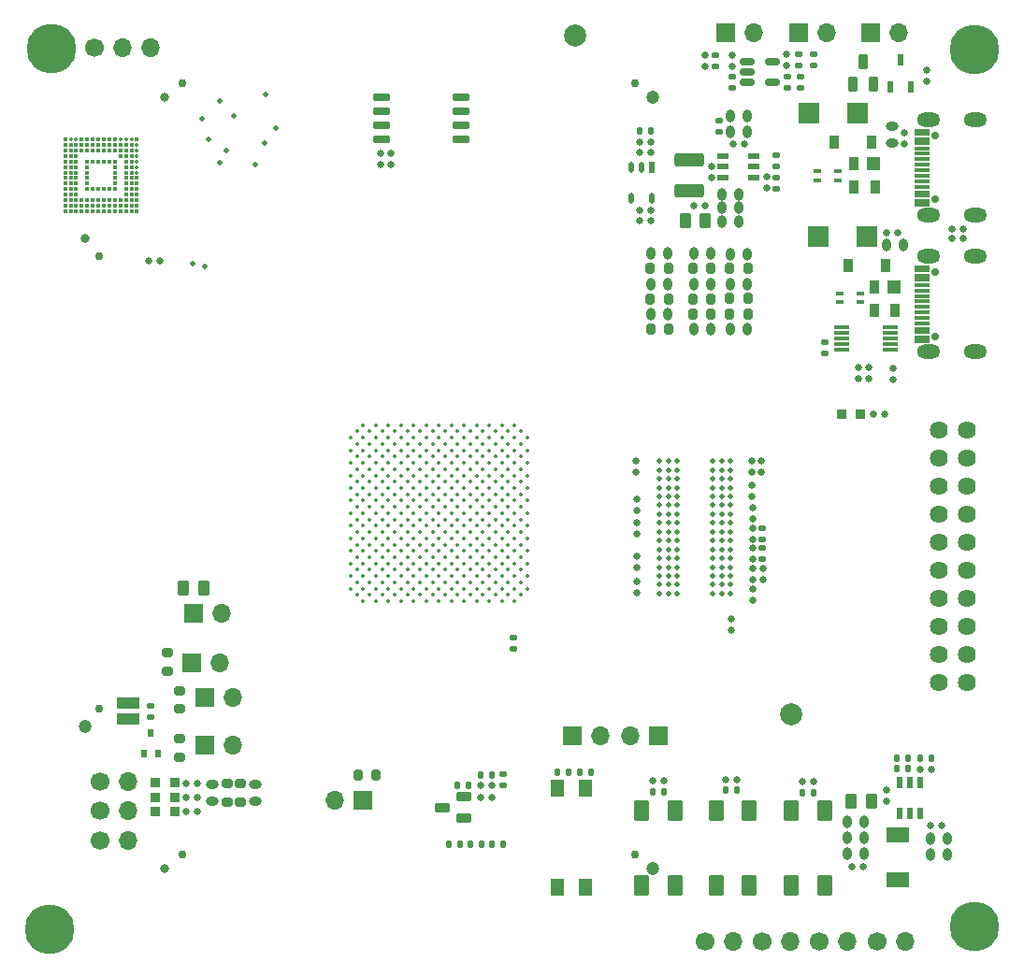
<source format=gbr>
G04 #@! TF.GenerationSoftware,KiCad,Pcbnew,7.0.2*
G04 #@! TF.CreationDate,2023-07-08T17:01:21+08:00*
G04 #@! TF.ProjectId,HPM1500_DDR3_CORE_RevB,48504d31-3530-4305-9f44-4452335f434f,rev?*
G04 #@! TF.SameCoordinates,Original*
G04 #@! TF.FileFunction,Soldermask,Top*
G04 #@! TF.FilePolarity,Negative*
%FSLAX46Y46*%
G04 Gerber Fmt 4.6, Leading zero omitted, Abs format (unit mm)*
G04 Created by KiCad (PCBNEW 7.0.2) date 2023-07-08 17:01:21*
%MOMM*%
%LPD*%
G01*
G04 APERTURE LIST*
G04 Aperture macros list*
%AMRoundRect*
0 Rectangle with rounded corners*
0 $1 Rounding radius*
0 $2 $3 $4 $5 $6 $7 $8 $9 X,Y pos of 4 corners*
0 Add a 4 corners polygon primitive as box body*
4,1,4,$2,$3,$4,$5,$6,$7,$8,$9,$2,$3,0*
0 Add four circle primitives for the rounded corners*
1,1,$1+$1,$2,$3*
1,1,$1+$1,$4,$5*
1,1,$1+$1,$6,$7*
1,1,$1+$1,$8,$9*
0 Add four rect primitives between the rounded corners*
20,1,$1+$1,$2,$3,$4,$5,0*
20,1,$1+$1,$4,$5,$6,$7,0*
20,1,$1+$1,$6,$7,$8,$9,0*
20,1,$1+$1,$8,$9,$2,$3,0*%
G04 Aperture macros list end*
%ADD10RoundRect,0.135000X-0.135000X-0.185000X0.135000X-0.185000X0.135000X0.185000X-0.135000X0.185000X0*%
%ADD11RoundRect,0.200000X0.200000X0.275000X-0.200000X0.275000X-0.200000X-0.275000X0.200000X-0.275000X0*%
%ADD12RoundRect,0.135000X-0.185000X0.135000X-0.185000X-0.135000X0.185000X-0.135000X0.185000X0.135000X0*%
%ADD13O,0.889000X1.143000*%
%ADD14C,0.635000*%
%ADD15RoundRect,0.250000X0.262500X0.450000X-0.262500X0.450000X-0.262500X-0.450000X0.262500X-0.450000X0*%
%ADD16RoundRect,0.200000X-0.200000X-0.275000X0.200000X-0.275000X0.200000X0.275000X-0.200000X0.275000X0*%
%ADD17RoundRect,0.150000X0.650000X0.150000X-0.650000X0.150000X-0.650000X-0.150000X0.650000X-0.150000X0*%
%ADD18RoundRect,0.050800X-0.625000X-0.350000X0.625000X-0.350000X0.625000X0.350000X-0.625000X0.350000X0*%
%ADD19C,1.700000*%
%ADD20O,1.700000X1.700000*%
%ADD21RoundRect,0.200000X-0.275000X0.200000X-0.275000X-0.200000X0.275000X-0.200000X0.275000X0.200000X0*%
%ADD22R,0.750000X0.400000*%
%ADD23RoundRect,0.135000X0.185000X-0.135000X0.185000X0.135000X-0.185000X0.135000X-0.185000X-0.135000X0*%
%ADD24C,1.625600*%
%ADD25C,0.500000*%
%ADD26RoundRect,0.150000X-0.512500X-0.150000X0.512500X-0.150000X0.512500X0.150000X-0.512500X0.150000X0*%
%ADD27RoundRect,0.050800X-0.350000X0.625000X-0.350000X-0.625000X0.350000X-0.625000X0.350000X0.625000X0*%
%ADD28C,2.001600*%
%ADD29RoundRect,0.050800X0.599450X-0.849650X0.599450X0.849650X-0.599450X0.849650X-0.599450X-0.849650X0*%
%ADD30RoundRect,0.135000X0.135000X0.185000X-0.135000X0.185000X-0.135000X-0.185000X0.135000X-0.185000X0*%
%ADD31RoundRect,0.050800X-0.400050X0.400050X-0.400050X-0.400050X0.400050X-0.400050X0.400050X0.400050X0*%
%ADD32R,0.550000X1.000000*%
%ADD33R,1.400000X0.300000*%
%ADD34O,1.143000X0.889000*%
%ADD35RoundRect,0.250000X-0.262500X-0.450000X0.262500X-0.450000X0.262500X0.450000X-0.262500X0.450000X0*%
%ADD36RoundRect,0.200000X0.275000X-0.200000X0.275000X0.200000X-0.275000X0.200000X-0.275000X-0.200000X0*%
%ADD37R,1.700000X1.700000*%
%ADD38C,4.500000*%
%ADD39RoundRect,0.250000X-1.075000X0.375000X-1.075000X-0.375000X1.075000X-0.375000X1.075000X0.375000X0*%
%ADD40R,1.168400X1.168400*%
%ADD41R,0.914400X1.168400*%
%ADD42R,0.950000X1.150000*%
%ADD43R,2.120000X1.400000*%
%ADD44C,0.421600*%
%ADD45O,0.421600X0.301600*%
%ADD46O,0.301600X0.421600*%
%ADD47RoundRect,0.050800X-0.900450X-0.849650X0.900450X-0.849650X0.900450X0.849650X-0.900450X0.849650X0*%
%ADD48RoundRect,0.050800X-0.549900X-0.750550X0.549900X-0.750550X0.549900X0.750550X-0.549900X0.750550X0*%
%ADD49C,0.350000*%
%ADD50R,0.600000X1.070000*%
%ADD51R,1.000000X0.550000*%
%ADD52RoundRect,0.050800X-0.199400X0.299700X-0.199400X-0.299700X0.199400X-0.299700X0.199400X0.299700X0*%
%ADD53RoundRect,0.050800X-1.000000X-0.450000X1.000000X-0.450000X1.000000X0.450000X-1.000000X0.450000X0*%
%ADD54C,0.700000*%
%ADD55O,2.101600X1.301600*%
%ADD56RoundRect,0.050000X0.650000X-0.150000X0.650000X0.150000X-0.650000X0.150000X-0.650000X-0.150000X0*%
%ADD57R,0.508000X1.016000*%
%ADD58O,0.508000X1.016000*%
%ADD59C,0.800000*%
%ADD60C,0.762000*%
%ADD61C,1.200000*%
G04 APERTURE END LIST*
D10*
X146917000Y-127075000D03*
X147937000Y-127075000D03*
D11*
X169873000Y-80264285D03*
X168223000Y-80264285D03*
D12*
X175765000Y-71973000D03*
X175765000Y-72993000D03*
D13*
X165950000Y-78900000D03*
X164426000Y-78900000D03*
D14*
X173635000Y-109285000D03*
X173635000Y-110301000D03*
D15*
X169337500Y-75925000D03*
X167512500Y-75925000D03*
D11*
X166033000Y-85721425D03*
X164383000Y-85721425D03*
D16*
X171563009Y-80250000D03*
X173213009Y-80250000D03*
D17*
X147225000Y-68505000D03*
X147225000Y-67235000D03*
X147225000Y-65965000D03*
X147225000Y-64695000D03*
X140025000Y-64695000D03*
X140025000Y-65965000D03*
X140025000Y-67235000D03*
X140025000Y-68505000D03*
D18*
X147509450Y-130001200D03*
X147509450Y-128101200D03*
X145509450Y-129051200D03*
D19*
X179695000Y-141185000D03*
D20*
X182235000Y-141185000D03*
D12*
X171750000Y-62890000D03*
X171750000Y-63910000D03*
D14*
X163075000Y-97625000D03*
X163075000Y-98641000D03*
X184576100Y-93420000D03*
X185592100Y-93420000D03*
D21*
X120645000Y-115045000D03*
X120645000Y-116695000D03*
D19*
X114545000Y-129355000D03*
D20*
X117085000Y-129355000D03*
D22*
X183350000Y-83275000D03*
X181500000Y-83275000D03*
X181500000Y-82475000D03*
X183350000Y-82475000D03*
D12*
X177755000Y-60845000D03*
X177755000Y-61865000D03*
D11*
X139560000Y-126125000D03*
X137910000Y-126125000D03*
D23*
X179145000Y-61865000D03*
X179145000Y-60845000D03*
D14*
X163176000Y-108552000D03*
X163176000Y-109568000D03*
X164422702Y-69703100D03*
X163406702Y-69703100D03*
X185737000Y-77015000D03*
X186753000Y-77015000D03*
D24*
X193070000Y-117714000D03*
X190530000Y-117714000D03*
X193070000Y-115174000D03*
X190530000Y-115174000D03*
X193070000Y-112634000D03*
X190530000Y-112634000D03*
X193070000Y-110094000D03*
X190530000Y-110094000D03*
X193070000Y-107554000D03*
X190530000Y-107554000D03*
X193070000Y-105014000D03*
X190530000Y-105014000D03*
X193070000Y-102474000D03*
X190530000Y-102474000D03*
X193070000Y-99934000D03*
X190530000Y-99934000D03*
X193070000Y-97394000D03*
X190530000Y-97394000D03*
X193070000Y-94854000D03*
X190530000Y-94854000D03*
D25*
X123805000Y-66675000D03*
D14*
X173605000Y-102891000D03*
X173605000Y-101875000D03*
D12*
X175765000Y-70015000D03*
X175765000Y-71035000D03*
D25*
X125385000Y-70640000D03*
D26*
X173112500Y-61475000D03*
X173112500Y-62425000D03*
X173112500Y-63375000D03*
X175387500Y-63375000D03*
X175387500Y-61475000D03*
D14*
X173655000Y-106581000D03*
X173655000Y-105565000D03*
X169890000Y-71983000D03*
X169890000Y-70967000D03*
D27*
X182685000Y-63535000D03*
X184585000Y-63535000D03*
X183635000Y-61535000D03*
D28*
X157585000Y-59150000D03*
D29*
X180136100Y-136106100D03*
X180136100Y-129303900D03*
X177133900Y-129303900D03*
X177133900Y-136106100D03*
D12*
X151027000Y-126057000D03*
X151027000Y-127077000D03*
D14*
X163105000Y-101117000D03*
X163105000Y-102133000D03*
D30*
X165575000Y-127635000D03*
X164555000Y-127635000D03*
D14*
X164447702Y-75903100D03*
X163431702Y-75903100D03*
D31*
X119584100Y-128105000D03*
X121285900Y-128105000D03*
X119584100Y-129444425D03*
X121285900Y-129444425D03*
D14*
X189727000Y-130685000D03*
X190743000Y-130685000D03*
D12*
X177935000Y-62875000D03*
X177935000Y-63895000D03*
D19*
X174485000Y-141205000D03*
D20*
X177025000Y-141205000D03*
D25*
X130435000Y-67505000D03*
D14*
X176725000Y-61833000D03*
X176725000Y-60817000D03*
X173645000Y-107377000D03*
X173645000Y-108393000D03*
D21*
X121720000Y-122825000D03*
X121720000Y-124475000D03*
D14*
X187395000Y-69001000D03*
X187395000Y-67985000D03*
D15*
X184385000Y-128449000D03*
X182560000Y-128449000D03*
D14*
X164378000Y-68765000D03*
X163362000Y-68765000D03*
D11*
X169873000Y-82992855D03*
X168223000Y-82992855D03*
D30*
X179135000Y-127705000D03*
X178115000Y-127705000D03*
D14*
X186385000Y-89247000D03*
X186385000Y-90263000D03*
D32*
X186935000Y-129603000D03*
X187885000Y-129603000D03*
X188835000Y-129603000D03*
X188835000Y-126803000D03*
X187885000Y-126803000D03*
X186935000Y-126803000D03*
D33*
X181675000Y-85575000D03*
X181675000Y-86075000D03*
X181675000Y-86575000D03*
X181675000Y-87075000D03*
X181675000Y-87575000D03*
X186075000Y-87575000D03*
X186075000Y-87075000D03*
X186075000Y-86575000D03*
X186075000Y-86075000D03*
X186075000Y-85575000D03*
D14*
X184125000Y-89192000D03*
X184125000Y-90208000D03*
D10*
X186675000Y-125563000D03*
X187695000Y-125563000D03*
D34*
X124710000Y-128467000D03*
X124710000Y-126943000D03*
D35*
X122112500Y-109155000D03*
X123937500Y-109155000D03*
D36*
X127285000Y-128530000D03*
X127285000Y-126880000D03*
D13*
X171626009Y-85764285D03*
X173150009Y-85764285D03*
D14*
X163106000Y-103292000D03*
X163106000Y-104308000D03*
D37*
X165115000Y-122540000D03*
D20*
X162575000Y-122540000D03*
D19*
X114545000Y-126705000D03*
D20*
X117085000Y-126705000D03*
D25*
X165216100Y-97680000D03*
X166016000Y-97680000D03*
X166816100Y-97680000D03*
X170015900Y-97680000D03*
X170816000Y-97680000D03*
X171615900Y-97680000D03*
X165216100Y-98480100D03*
X166016000Y-98480100D03*
X166816100Y-98480100D03*
X170015900Y-98480100D03*
X170816000Y-98480100D03*
X171615900Y-98480100D03*
X165216100Y-99280000D03*
X166016000Y-99280000D03*
X166816100Y-99280000D03*
X170015900Y-99280000D03*
X170816000Y-99280000D03*
X171615900Y-99280000D03*
X165216100Y-100080100D03*
X166016000Y-100080100D03*
X166816100Y-100080100D03*
X170015900Y-100080100D03*
X170816000Y-100080100D03*
X171615900Y-100080100D03*
X165216100Y-100879900D03*
X166016000Y-100879900D03*
X166816100Y-100879900D03*
X170015900Y-100879900D03*
X170816000Y-100879900D03*
X171615900Y-100879900D03*
X165216100Y-101680000D03*
X166016000Y-101680000D03*
X166816100Y-101680000D03*
X170015900Y-101680000D03*
X170816000Y-101680000D03*
X171615900Y-101680000D03*
X165216100Y-102480100D03*
X166016000Y-102480100D03*
X166816100Y-102480100D03*
X170015900Y-102480100D03*
X170816000Y-102480100D03*
X171615900Y-102480100D03*
X165216100Y-103280000D03*
X166016000Y-103280000D03*
X166816100Y-103280000D03*
X170015900Y-103280000D03*
X170816000Y-103280000D03*
X171615900Y-103280000D03*
X165216100Y-104080100D03*
X166016000Y-104080100D03*
X166816100Y-104080100D03*
X170015900Y-104080100D03*
X170816000Y-104080100D03*
X171615900Y-104080100D03*
X165216100Y-104879900D03*
X166016000Y-104879900D03*
X166816100Y-104879900D03*
X170015900Y-104879900D03*
X170816000Y-104879900D03*
X171615900Y-104879900D03*
X165216100Y-105680000D03*
X166016000Y-105680000D03*
X166816100Y-105680000D03*
X170015900Y-105680000D03*
X170816000Y-105680000D03*
X171615900Y-105680000D03*
X165216100Y-106480100D03*
X166016000Y-106480100D03*
X166816100Y-106480100D03*
X170015900Y-106480100D03*
X170816000Y-106480100D03*
X171615900Y-106480100D03*
X165216100Y-107279900D03*
X166016000Y-107279900D03*
X166816100Y-107279900D03*
X170015900Y-107279900D03*
X170816000Y-107279900D03*
X171615900Y-107279900D03*
X165216100Y-108080000D03*
X166016000Y-108080000D03*
X166816100Y-108080000D03*
X170015900Y-108080000D03*
X170816000Y-108080000D03*
X171615900Y-108080000D03*
X165216100Y-108879900D03*
X166016000Y-108879900D03*
X166816100Y-108879900D03*
X170015900Y-108879900D03*
X170816000Y-108879900D03*
X171615900Y-108879900D03*
X165216100Y-109680000D03*
X166016000Y-109680000D03*
X166816100Y-109680000D03*
X170015900Y-109680000D03*
X170816000Y-109680000D03*
X171615900Y-109680000D03*
D38*
X193725000Y-60430000D03*
D13*
X185723000Y-78135000D03*
X187247000Y-78135000D03*
D16*
X171563009Y-84400000D03*
X173213009Y-84400000D03*
D39*
X167905000Y-70385000D03*
X167905000Y-73185000D03*
D40*
X186425500Y-81882800D03*
D41*
X184647500Y-81882800D03*
X184647500Y-84067200D03*
X186552500Y-84067200D03*
D11*
X166013000Y-82992855D03*
X164363000Y-82992855D03*
D14*
X174425000Y-98663000D03*
X174425000Y-97647000D03*
D30*
X149078800Y-132383800D03*
X148058800Y-132383800D03*
D13*
X189747000Y-131868000D03*
X191271000Y-131868000D03*
D42*
X184427000Y-68755000D03*
X181043000Y-68755000D03*
D34*
X128585000Y-128467000D03*
X128585000Y-126943000D03*
D25*
X122945000Y-79790000D03*
D38*
X109945000Y-140045000D03*
D31*
X181653200Y-93415000D03*
X183355000Y-93415000D03*
D23*
X151945000Y-114665000D03*
X151945000Y-113645000D03*
D13*
X170873000Y-73555000D03*
X172397000Y-73555000D03*
D14*
X185735000Y-127447000D03*
X185735000Y-128463000D03*
D37*
X184345000Y-58865000D03*
D20*
X186885000Y-58865000D03*
D30*
X172175000Y-127435000D03*
X171155000Y-127435000D03*
D19*
X169295000Y-141205000D03*
D20*
X171835000Y-141205000D03*
D43*
X186745000Y-131572000D03*
X186745000Y-135628000D03*
D11*
X169873000Y-84357140D03*
X168223000Y-84357140D03*
D14*
X119983000Y-79575000D03*
X118967000Y-79575000D03*
D44*
X117885900Y-68545000D03*
D45*
X117885900Y-69045400D03*
X117885900Y-69545800D03*
X117885900Y-70046100D03*
X117885900Y-70546500D03*
X117885900Y-71046900D03*
X117885900Y-71547300D03*
D44*
X117885900Y-72045100D03*
X117885900Y-72545500D03*
X117885900Y-73045900D03*
X117885900Y-73546300D03*
X117885900Y-74046600D03*
X117885900Y-74547000D03*
X117885900Y-75047400D03*
D46*
X117385500Y-68545000D03*
D44*
X117385500Y-69045400D03*
X117385500Y-69545800D03*
X117385500Y-70046100D03*
X117385500Y-70546500D03*
X117385500Y-71046900D03*
X117385500Y-71547300D03*
X117385500Y-72045100D03*
X117385500Y-72545500D03*
X117385500Y-73045900D03*
X117385500Y-73546300D03*
X117385500Y-74046600D03*
X117385500Y-74547000D03*
X117385500Y-75047400D03*
D46*
X116885100Y-68545000D03*
D44*
X116885100Y-69045400D03*
X116885100Y-69545800D03*
X116885100Y-70046100D03*
X116885100Y-70546500D03*
X116885100Y-71046900D03*
X116885100Y-71547300D03*
X116885100Y-72045100D03*
X116885100Y-72545500D03*
X116885100Y-73045900D03*
X116885100Y-73546300D03*
X116885100Y-74046600D03*
X116885100Y-74547000D03*
X116885100Y-75047400D03*
D46*
X116384800Y-68545000D03*
D44*
X116384800Y-69045400D03*
X116384800Y-69545800D03*
X116384800Y-70046100D03*
X116384800Y-74046600D03*
X116384800Y-74547000D03*
X116384800Y-75047400D03*
X115884400Y-68545000D03*
X115884400Y-69045400D03*
X115884400Y-69545800D03*
X115884400Y-70546500D03*
X115884400Y-71046900D03*
X115884400Y-71547300D03*
X115884400Y-72045100D03*
X115884400Y-72545500D03*
X115884400Y-73045900D03*
X115884400Y-74046600D03*
X115884400Y-74547000D03*
X115884400Y-75047400D03*
X115384000Y-68545000D03*
X115384000Y-69045400D03*
X115384000Y-69545800D03*
X115384000Y-70546500D03*
X115384000Y-73045900D03*
X115384000Y-74046600D03*
X115384000Y-74547000D03*
X115384000Y-75047400D03*
X114883600Y-68545000D03*
X114883600Y-69045400D03*
X114883600Y-69545800D03*
X114883600Y-70546500D03*
X114883600Y-73045900D03*
X114883600Y-74046600D03*
X114883600Y-74547000D03*
X114883600Y-75047400D03*
X114385800Y-68545000D03*
X114385800Y-69045400D03*
X114385800Y-69545800D03*
X114385800Y-70546500D03*
X114385800Y-73045900D03*
X114385800Y-74046600D03*
X114385800Y-74547000D03*
X114385800Y-75047400D03*
X113885400Y-68545000D03*
X113885400Y-69045400D03*
X113885400Y-69545800D03*
X113885400Y-70546500D03*
X113885400Y-73045900D03*
X113885400Y-74046600D03*
X113885400Y-74547000D03*
X113885400Y-75047400D03*
X113385000Y-68545000D03*
X113385000Y-69045400D03*
X113385000Y-69545800D03*
X113385000Y-70546500D03*
X113385000Y-71046900D03*
X113385000Y-71547300D03*
X113385000Y-72045100D03*
X113385000Y-72545500D03*
X113385000Y-73045900D03*
X113385000Y-74046600D03*
X113385000Y-74547000D03*
X113385000Y-75047400D03*
X112884600Y-68545000D03*
X112884600Y-69045400D03*
X112884600Y-69545800D03*
X112884600Y-74046600D03*
X112884600Y-74547000D03*
X112884600Y-75047400D03*
D46*
X112384300Y-68545000D03*
D44*
X112384300Y-69045400D03*
X112384300Y-69545800D03*
X112384300Y-70046100D03*
X112384300Y-70546500D03*
X112384300Y-71046900D03*
X112384300Y-71547300D03*
X112384300Y-72045100D03*
X112384300Y-72545500D03*
X112384300Y-73045900D03*
X112384300Y-73546300D03*
X112384300Y-74046600D03*
X112384300Y-74547000D03*
X112384300Y-75047400D03*
D46*
X111883900Y-68545000D03*
D44*
X111883900Y-69045400D03*
X111883900Y-69545800D03*
X111883900Y-70046100D03*
X111883900Y-70546500D03*
X111883900Y-71046900D03*
X111883900Y-71547300D03*
X111883900Y-72045100D03*
X111883900Y-72545500D03*
X111883900Y-73045900D03*
X111883900Y-73546300D03*
X111883900Y-74046600D03*
X111883900Y-74547000D03*
X111883900Y-75047400D03*
X111383500Y-68545000D03*
X111383500Y-69045400D03*
X111383500Y-69545800D03*
X111383500Y-70046100D03*
X111383500Y-70546500D03*
X111383500Y-71046900D03*
X111383500Y-71547300D03*
X111383500Y-72045100D03*
X111383500Y-72545500D03*
X111383500Y-73045900D03*
X111383500Y-73546300D03*
X111383500Y-74046600D03*
X111383500Y-74547000D03*
X111383500Y-75047400D03*
D31*
X119584100Y-126774000D03*
X121285900Y-126774000D03*
D47*
X179613000Y-77355000D03*
X183997000Y-77355000D03*
D13*
X183703000Y-131795000D03*
X182179000Y-131795000D03*
X170873000Y-74755000D03*
X172397000Y-74755000D03*
D48*
X155915000Y-136295900D03*
X158455000Y-136295900D03*
X158455000Y-127294100D03*
X155915000Y-127294100D03*
D11*
X166013000Y-80264285D03*
X164363000Y-80264285D03*
D14*
X191672000Y-77545000D03*
X192688000Y-77545000D03*
D49*
X138380000Y-94420000D03*
X139520000Y-94420000D03*
X140660000Y-94420000D03*
X141800000Y-94420000D03*
X142940000Y-94420000D03*
X144080000Y-94420000D03*
X145220000Y-94420000D03*
X146360000Y-94420000D03*
X147500000Y-94420000D03*
X148640000Y-94420000D03*
X149780000Y-94420000D03*
X150920000Y-94420000D03*
X152060000Y-94420000D03*
X137240000Y-105820000D03*
X138380000Y-105820000D03*
X139520000Y-105820000D03*
X140660000Y-105820000D03*
X141800000Y-105820000D03*
X142940000Y-105820000D03*
X144080000Y-105820000D03*
X145220000Y-105820000D03*
X146360000Y-105820000D03*
X147500000Y-105820000D03*
X148640000Y-105820000D03*
X149780000Y-105820000D03*
X150920000Y-105820000D03*
X152060000Y-105820000D03*
X153200000Y-105820000D03*
X137810000Y-106390000D03*
X138950000Y-106390000D03*
X140090000Y-106390000D03*
X141230000Y-106390000D03*
X142370000Y-106390000D03*
X143510000Y-106390000D03*
X144650000Y-106390000D03*
X145790000Y-106390000D03*
X146930000Y-106390000D03*
X148070000Y-106390000D03*
X149210000Y-106390000D03*
X150350000Y-106390000D03*
X151490000Y-106390000D03*
X152630000Y-106390000D03*
X137240000Y-106960000D03*
X138380000Y-106960000D03*
X139520000Y-106960000D03*
X140660000Y-106960000D03*
X141800000Y-106960000D03*
X142940000Y-106960000D03*
X144080000Y-106960000D03*
X145220000Y-106960000D03*
X146360000Y-106960000D03*
X147500000Y-106960000D03*
X148640000Y-106960000D03*
X149780000Y-106960000D03*
X150920000Y-106960000D03*
X152060000Y-106960000D03*
X153200000Y-106960000D03*
X137810000Y-107530000D03*
X138950000Y-107530000D03*
X140090000Y-107530000D03*
X141230000Y-107530000D03*
X142370000Y-107530000D03*
X143510000Y-107530000D03*
X144650000Y-107530000D03*
X145790000Y-107530000D03*
X146930000Y-107530000D03*
X148070000Y-107530000D03*
X149210000Y-107530000D03*
X150350000Y-107530000D03*
X151490000Y-107530000D03*
X152630000Y-107530000D03*
X137240000Y-108100000D03*
X138380000Y-108100000D03*
X139520000Y-108100000D03*
X140660000Y-108100000D03*
X141800000Y-108100000D03*
X142940000Y-108100000D03*
X144080000Y-108100000D03*
X145220000Y-108100000D03*
X146360000Y-108100000D03*
X147500000Y-108100000D03*
X148640000Y-108100000D03*
X149780000Y-108100000D03*
X150920000Y-108100000D03*
X152060000Y-108100000D03*
X153200000Y-108100000D03*
X137810000Y-108670000D03*
X138950000Y-108670000D03*
X140090000Y-108670000D03*
X141230000Y-108670000D03*
X142370000Y-108670000D03*
X143510000Y-108670000D03*
X144650000Y-108670000D03*
X145790000Y-108670000D03*
X146930000Y-108670000D03*
X148070000Y-108670000D03*
X149210000Y-108670000D03*
X150350000Y-108670000D03*
X151490000Y-108670000D03*
X152630000Y-108670000D03*
X137240000Y-109240000D03*
X138380000Y-109240000D03*
X139520000Y-109240000D03*
X140660000Y-109240000D03*
X141800000Y-109240000D03*
X142940000Y-109240000D03*
X144080000Y-109240000D03*
X145220000Y-109240000D03*
X146360000Y-109240000D03*
X147500000Y-109240000D03*
X148640000Y-109240000D03*
X149780000Y-109240000D03*
X150920000Y-109240000D03*
X152060000Y-109240000D03*
X153200000Y-109240000D03*
X137810000Y-109810000D03*
X138950000Y-109810000D03*
X140090000Y-109810000D03*
X141230000Y-109810000D03*
X142370000Y-109810000D03*
X143510000Y-109810000D03*
X144650000Y-109810000D03*
X145790000Y-109810000D03*
X146930000Y-109810000D03*
X148070000Y-109810000D03*
X149210000Y-109810000D03*
X150350000Y-109810000D03*
X151490000Y-109810000D03*
X152630000Y-109810000D03*
X138380000Y-110380000D03*
X139520000Y-110380000D03*
X140660000Y-110380000D03*
X141800000Y-110380000D03*
X142940000Y-110380000D03*
X144080000Y-110380000D03*
X145220000Y-110380000D03*
X146360000Y-110380000D03*
X147500000Y-110380000D03*
X148640000Y-110380000D03*
X149780000Y-110380000D03*
X150920000Y-110380000D03*
X152060000Y-110380000D03*
X137810000Y-94990000D03*
X138950000Y-94990000D03*
X140090000Y-94990000D03*
X141230000Y-94990000D03*
X142370000Y-94990000D03*
X143510000Y-94990000D03*
X144650000Y-94990000D03*
X145790000Y-94990000D03*
X146930000Y-94990000D03*
X148070000Y-94990000D03*
X149210000Y-94990000D03*
X150350000Y-94990000D03*
X151490000Y-94990000D03*
X152630000Y-94990000D03*
X137240000Y-95560000D03*
X138380000Y-95560000D03*
X139520000Y-95560000D03*
X140660000Y-95560000D03*
X141800000Y-95560000D03*
X142940000Y-95560000D03*
X144080000Y-95560000D03*
X145220000Y-95560000D03*
X146360000Y-95560000D03*
X147500000Y-95560000D03*
X148640000Y-95560000D03*
X149780000Y-95560000D03*
X150920000Y-95560000D03*
X152060000Y-95560000D03*
X153200000Y-95560000D03*
X137810000Y-96130000D03*
X138950000Y-96130000D03*
X140090000Y-96130000D03*
X141230000Y-96130000D03*
X142370000Y-96130000D03*
X143510000Y-96130000D03*
X144650000Y-96130000D03*
X145790000Y-96130000D03*
X146930000Y-96130000D03*
X148070000Y-96130000D03*
X149210000Y-96130000D03*
X150350000Y-96130000D03*
X151490000Y-96130000D03*
X152630000Y-96130000D03*
X137240000Y-96700000D03*
X138380000Y-96700000D03*
X139520000Y-96700000D03*
X140660000Y-96700000D03*
X141800000Y-96700000D03*
X142940000Y-96700000D03*
X144080000Y-96700000D03*
X145220000Y-96700000D03*
X146360000Y-96700000D03*
X147500000Y-96700000D03*
X148640000Y-96700000D03*
X149780000Y-96700000D03*
X150920000Y-96700000D03*
X152060000Y-96700000D03*
X153200000Y-96700000D03*
X137810000Y-97270000D03*
X138950000Y-97270000D03*
X140090000Y-97270000D03*
X141230000Y-97270000D03*
X142370000Y-97270000D03*
X143510000Y-97270000D03*
X144650000Y-97270000D03*
X145790000Y-97270000D03*
X146930000Y-97270000D03*
X148070000Y-97270000D03*
X149210000Y-97270000D03*
X150350000Y-97270000D03*
X151490000Y-97270000D03*
X152630000Y-97270000D03*
X137240000Y-97840000D03*
X138380000Y-97840000D03*
X139520000Y-97840000D03*
X140660000Y-97840000D03*
X141800000Y-97840000D03*
X142940000Y-97840000D03*
X144080000Y-97840000D03*
X145220000Y-97840000D03*
X146360000Y-97840000D03*
X147500000Y-97840000D03*
X148640000Y-97840000D03*
X149780000Y-97840000D03*
X150920000Y-97840000D03*
X152060000Y-97840000D03*
X153200000Y-97840000D03*
X137810000Y-98410000D03*
X138950000Y-98410000D03*
X140090000Y-98410000D03*
X141230000Y-98410000D03*
X142370000Y-98410000D03*
X143510000Y-98410000D03*
X144650000Y-98410000D03*
X145790000Y-98410000D03*
X146930000Y-98410000D03*
X148070000Y-98410000D03*
X149210000Y-98410000D03*
X150350000Y-98410000D03*
X151490000Y-98410000D03*
X152630000Y-98410000D03*
X137240000Y-98980000D03*
X138380000Y-98980000D03*
X139520000Y-98980000D03*
X140660000Y-98980000D03*
X141800000Y-98980000D03*
X142940000Y-98980000D03*
X144080000Y-98980000D03*
X145220000Y-98980000D03*
X146360000Y-98980000D03*
X147500000Y-98980000D03*
X148640000Y-98980000D03*
X149780000Y-98980000D03*
X150920000Y-98980000D03*
X152060000Y-98980000D03*
X153200000Y-98980000D03*
X137810000Y-99550000D03*
X138950000Y-99550000D03*
X140090000Y-99550000D03*
X141230000Y-99550000D03*
X142370000Y-99550000D03*
X143510000Y-99550000D03*
X144650000Y-99550000D03*
X145790000Y-99550000D03*
X146930000Y-99550000D03*
X148070000Y-99550000D03*
X149210000Y-99550000D03*
X150350000Y-99550000D03*
X151490000Y-99550000D03*
X152630000Y-99550000D03*
X137240000Y-100120000D03*
X138380000Y-100120000D03*
X139520000Y-100120000D03*
X140660000Y-100120000D03*
X141800000Y-100120000D03*
X142940000Y-100120000D03*
X144080000Y-100120000D03*
X145220000Y-100120000D03*
X146360000Y-100120000D03*
X147500000Y-100120000D03*
X148640000Y-100120000D03*
X149780000Y-100120000D03*
X150920000Y-100120000D03*
X152060000Y-100120000D03*
X153200000Y-100120000D03*
X137810000Y-100690000D03*
X138950000Y-100690000D03*
X140090000Y-100690000D03*
X141230000Y-100690000D03*
X142370000Y-100690000D03*
X143510000Y-100690000D03*
X144650000Y-100690000D03*
X145790000Y-100690000D03*
X146930000Y-100690000D03*
X148070000Y-100690000D03*
X149210000Y-100690000D03*
X150350000Y-100690000D03*
X151490000Y-100690000D03*
X152630000Y-100690000D03*
X137240000Y-101260000D03*
X138380000Y-101260000D03*
X139520000Y-101260000D03*
X140660000Y-101260000D03*
X141800000Y-101260000D03*
X142940000Y-101260000D03*
X144080000Y-101260000D03*
X145220000Y-101260000D03*
X146360000Y-101260000D03*
X147500000Y-101260000D03*
X148640000Y-101260000D03*
X149780000Y-101260000D03*
X150920000Y-101260000D03*
X152060000Y-101260000D03*
X153200000Y-101260000D03*
X137810000Y-101830000D03*
X138950000Y-101830000D03*
X140090000Y-101830000D03*
X141230000Y-101830000D03*
X142370000Y-101830000D03*
X143510000Y-101830000D03*
X144650000Y-101830000D03*
X145790000Y-101830000D03*
X146930000Y-101830000D03*
X148070000Y-101830000D03*
X149210000Y-101830000D03*
X150350000Y-101830000D03*
X151490000Y-101830000D03*
X152630000Y-101830000D03*
X137240000Y-102400000D03*
X138380000Y-102400000D03*
X139520000Y-102400000D03*
X140660000Y-102400000D03*
X141800000Y-102400000D03*
X142940000Y-102400000D03*
X144080000Y-102400000D03*
X145220000Y-102400000D03*
X146360000Y-102400000D03*
X147500000Y-102400000D03*
X148640000Y-102400000D03*
X149780000Y-102400000D03*
X150920000Y-102400000D03*
X152060000Y-102400000D03*
X153200000Y-102400000D03*
X137810000Y-102970000D03*
X138950000Y-102970000D03*
X140090000Y-102970000D03*
X141230000Y-102970000D03*
X142370000Y-102970000D03*
X143510000Y-102970000D03*
X144650000Y-102970000D03*
X145790000Y-102970000D03*
X146930000Y-102970000D03*
X148070000Y-102970000D03*
X149210000Y-102970000D03*
X150350000Y-102970000D03*
X151490000Y-102970000D03*
X152630000Y-102970000D03*
X137240000Y-103540000D03*
X138380000Y-103540000D03*
X139520000Y-103540000D03*
X140660000Y-103540000D03*
X141800000Y-103540000D03*
X142940000Y-103540000D03*
X144080000Y-103540000D03*
X145220000Y-103540000D03*
X146360000Y-103540000D03*
X147500000Y-103540000D03*
X148640000Y-103540000D03*
X149780000Y-103540000D03*
X150920000Y-103540000D03*
X152060000Y-103540000D03*
X153200000Y-103540000D03*
X137810000Y-104110000D03*
X138950000Y-104110000D03*
X140090000Y-104110000D03*
X141230000Y-104110000D03*
X142370000Y-104110000D03*
X143510000Y-104110000D03*
X144650000Y-104110000D03*
X145790000Y-104110000D03*
X146930000Y-104110000D03*
X148070000Y-104110000D03*
X149210000Y-104110000D03*
X150350000Y-104110000D03*
X151490000Y-104110000D03*
X152630000Y-104110000D03*
X137240000Y-104680000D03*
X138380000Y-104680000D03*
X139520000Y-104680000D03*
X140660000Y-104680000D03*
X141800000Y-104680000D03*
X142940000Y-104680000D03*
X144080000Y-104680000D03*
X145220000Y-104680000D03*
X146360000Y-104680000D03*
X147500000Y-104680000D03*
X148640000Y-104680000D03*
X149780000Y-104680000D03*
X150920000Y-104680000D03*
X152060000Y-104680000D03*
X153200000Y-104680000D03*
X137810000Y-105250000D03*
X138950000Y-105250000D03*
X140090000Y-105250000D03*
X141230000Y-105250000D03*
X142370000Y-105250000D03*
X143510000Y-105250000D03*
X144650000Y-105250000D03*
X145790000Y-105250000D03*
X146930000Y-105250000D03*
X148070000Y-105250000D03*
X149210000Y-105250000D03*
X150350000Y-105250000D03*
X151490000Y-105250000D03*
X152630000Y-105250000D03*
D19*
X184895000Y-141185000D03*
D20*
X187435000Y-141185000D03*
D14*
X183613000Y-134445000D03*
X182597000Y-134445000D03*
D30*
X164405000Y-67740000D03*
X163385000Y-67740000D03*
D25*
X128615000Y-70810000D03*
D29*
X166585000Y-136107200D03*
X166585000Y-129305000D03*
X163582800Y-129305000D03*
X163582800Y-136107200D03*
D47*
X178751000Y-66155000D03*
X183135000Y-66155000D03*
D14*
X174915000Y-72983000D03*
X174915000Y-71967000D03*
D40*
X184600500Y-70712800D03*
D41*
X182822500Y-70712800D03*
X182822500Y-72897200D03*
X184727500Y-72897200D03*
D19*
X114045000Y-60285000D03*
D20*
X116585000Y-60285000D03*
X119125000Y-60285000D03*
D36*
X126035000Y-128530000D03*
X126035000Y-126880000D03*
D12*
X119145000Y-119837000D03*
X119145000Y-120857000D03*
D13*
X171590000Y-66450000D03*
X173114000Y-66450000D03*
D14*
X173625000Y-104791000D03*
X173625000Y-103775000D03*
X183175000Y-89192000D03*
X183175000Y-90208000D03*
D25*
X125955000Y-69530000D03*
D14*
X173575000Y-98663000D03*
X173575000Y-97647000D03*
X178139000Y-126735000D03*
X179155000Y-126735000D03*
D10*
X155985000Y-125863000D03*
X157005000Y-125863000D03*
D23*
X176775000Y-63885000D03*
X176775000Y-62865000D03*
D50*
X186050000Y-63790000D03*
X187950000Y-63790000D03*
X187000000Y-61320000D03*
D13*
X165950000Y-84357140D03*
X164426000Y-84357140D03*
D14*
X122319000Y-129454425D03*
X123335000Y-129454425D03*
D28*
X177085000Y-120600000D03*
D14*
X174555000Y-107389000D03*
X174555000Y-108405000D03*
D19*
X114545000Y-132005000D03*
D20*
X117085000Y-132005000D03*
D13*
X165950000Y-81628570D03*
X164426000Y-81628570D03*
D14*
X164577000Y-126645000D03*
X165593000Y-126645000D03*
D13*
X169810000Y-85721425D03*
X168286000Y-85721425D03*
X183715000Y-130345000D03*
X182191000Y-130345000D03*
D51*
X173715000Y-71975000D03*
X173715000Y-71025000D03*
X173715000Y-70075000D03*
X170915000Y-70075000D03*
X170915000Y-71025000D03*
X170915000Y-71975000D03*
D37*
X122875000Y-115955000D03*
D20*
X125415000Y-115955000D03*
D14*
X164457702Y-75013100D03*
X163441702Y-75013100D03*
D21*
X121720000Y-118480000D03*
X121720000Y-120130000D03*
D14*
X171827000Y-68975000D03*
X172843000Y-68975000D03*
X169290000Y-61948000D03*
X169290000Y-60932000D03*
X169325000Y-74515000D03*
X168309000Y-74515000D03*
D52*
X118494800Y-124154300D03*
X119795200Y-124154300D03*
X119145000Y-122335700D03*
D34*
X186235000Y-68905000D03*
X186235000Y-67381000D03*
D12*
X174525000Y-103755000D03*
X174525000Y-104775000D03*
D30*
X151028800Y-132383800D03*
X150008800Y-132383800D03*
D14*
X173575000Y-99857000D03*
X173575000Y-100873000D03*
D12*
X170250000Y-60940000D03*
X170250000Y-61960000D03*
D25*
X126655000Y-66455000D03*
D10*
X148967000Y-126125000D03*
X149987000Y-126125000D03*
D13*
X171626009Y-78950000D03*
X173150009Y-78950000D03*
D14*
X140845000Y-69817000D03*
X140845000Y-70833000D03*
D38*
X193725000Y-139830000D03*
D14*
X171775000Y-60942000D03*
X171775000Y-61958000D03*
D25*
X129465000Y-68910000D03*
D13*
X169810000Y-81628570D03*
X168286000Y-81628570D03*
D37*
X157305000Y-122555000D03*
D20*
X159845000Y-122555000D03*
D14*
X163176000Y-107348000D03*
X163176000Y-106332000D03*
D12*
X180195000Y-86885000D03*
X180195000Y-87905000D03*
D14*
X171725000Y-112957000D03*
X171725000Y-111941000D03*
D37*
X138365000Y-128405000D03*
D20*
X135825000Y-128405000D03*
D12*
X174525000Y-105557000D03*
X174525000Y-106577000D03*
D14*
X189839000Y-125623000D03*
X188823000Y-125623000D03*
D25*
X124015000Y-80040000D03*
D53*
X117082400Y-119556400D03*
X117085000Y-121055000D03*
D10*
X186667000Y-124605000D03*
X187687000Y-124605000D03*
D13*
X169810000Y-78900000D03*
X168286000Y-78900000D03*
X171626009Y-81650000D03*
X173150009Y-81650000D03*
X189731000Y-133298000D03*
X191255000Y-133298000D03*
D25*
X124375000Y-68550000D03*
D37*
X171185000Y-58865000D03*
D20*
X173725000Y-58865000D03*
D37*
X177765000Y-58865000D03*
D20*
X180305000Y-58865000D03*
D16*
X171563009Y-82950000D03*
X173213009Y-82950000D03*
D37*
X124005000Y-119115000D03*
D20*
X126545000Y-119115000D03*
D14*
X148969000Y-128120000D03*
X149985000Y-128120000D03*
D54*
X190129900Y-73990200D03*
X190129900Y-68210200D03*
D55*
X189599900Y-75420500D03*
X189600000Y-66780300D03*
X193779900Y-75420400D03*
X193780000Y-66780200D03*
D56*
X188949800Y-74450200D03*
X188949800Y-73650100D03*
X188949800Y-72350100D03*
X188949800Y-71350100D03*
X188949800Y-70850300D03*
X188949800Y-69850500D03*
X188950000Y-68550000D03*
X188949800Y-67750200D03*
X188949800Y-68050200D03*
X188950000Y-68850300D03*
X188949800Y-69350100D03*
X188949800Y-70350100D03*
X188949800Y-71850300D03*
X188949800Y-72850300D03*
X188949800Y-73350100D03*
X188949800Y-74150200D03*
D30*
X159005000Y-125863000D03*
X157985000Y-125863000D03*
D37*
X123045000Y-111505000D03*
D20*
X125585000Y-111505000D03*
D22*
X181370000Y-72225000D03*
X179520000Y-72225000D03*
X179520000Y-71425000D03*
X181370000Y-71425000D03*
D14*
X139920000Y-69837000D03*
X139920000Y-70853000D03*
D13*
X183715000Y-133195000D03*
X182191000Y-133195000D03*
D57*
X164514700Y-71056100D03*
D58*
X163564690Y-71056100D03*
X162614704Y-71056100D03*
X162614704Y-73850100D03*
X164514700Y-73850100D03*
D13*
X171590000Y-67850000D03*
X173114000Y-67850000D03*
D54*
X190129900Y-86365000D03*
X190129900Y-80585000D03*
D55*
X189599900Y-87795300D03*
X189600000Y-79155100D03*
X193779900Y-87795200D03*
X193780000Y-79155000D03*
D56*
X188949800Y-86825000D03*
X188949800Y-86024900D03*
X188949800Y-84724900D03*
X188949800Y-83724900D03*
X188949800Y-83225100D03*
X188949800Y-82225300D03*
X188950000Y-80924800D03*
X188949800Y-80125000D03*
X188949800Y-80425000D03*
X188950000Y-81225100D03*
X188949800Y-81724900D03*
X188949800Y-82724900D03*
X188949800Y-84225100D03*
X188949800Y-85225100D03*
X188949800Y-85724900D03*
X188949800Y-86525000D03*
D13*
X170873000Y-76005000D03*
X172397000Y-76005000D03*
D14*
X171217000Y-126535000D03*
X172233000Y-126535000D03*
X148969000Y-127075000D03*
X149985000Y-127075000D03*
D29*
X173336100Y-136106100D03*
X173336100Y-129303900D03*
X170333900Y-129303900D03*
X170333900Y-136106100D03*
D14*
X192688000Y-76695000D03*
X191672000Y-76695000D03*
D42*
X185627000Y-80005000D03*
X182243000Y-80005000D03*
D25*
X125425000Y-65075000D03*
D37*
X124005000Y-123427500D03*
D20*
X126545000Y-123427500D03*
D38*
X110124958Y-60347821D03*
D12*
X170565000Y-66815000D03*
X170565000Y-67835000D03*
D25*
X129495000Y-64495000D03*
D14*
X189415000Y-62297000D03*
X189415000Y-63313000D03*
X122311575Y-126894000D03*
X123327575Y-126894000D03*
X122319000Y-128104425D03*
X123335000Y-128104425D03*
D30*
X147170800Y-132383800D03*
X146150800Y-132383800D03*
D10*
X188825000Y-124605000D03*
X189845000Y-124605000D03*
D59*
X120394988Y-134570106D03*
D60*
X121994988Y-133320106D03*
X162995188Y-133320106D03*
D61*
X164595188Y-134570106D03*
D59*
X113219894Y-77542488D03*
D60*
X114469894Y-79142488D03*
X114469894Y-120142688D03*
D61*
X113219894Y-121742688D03*
D59*
X120394988Y-64720106D03*
D60*
X121994988Y-63470106D03*
X162995188Y-63470106D03*
D61*
X164595188Y-64720106D03*
M02*

</source>
